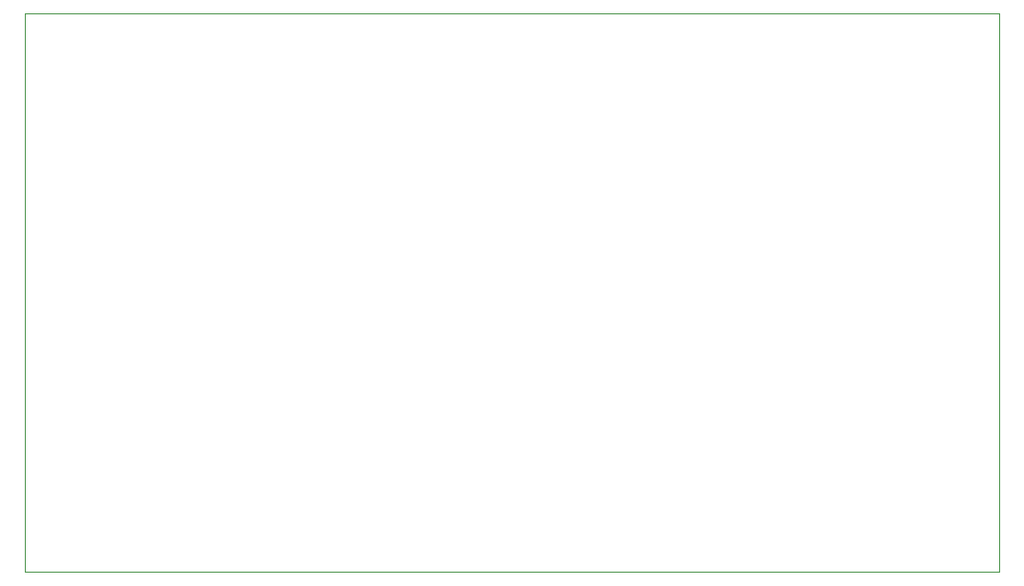
<source format=gbr>
G04 #@! TF.GenerationSoftware,KiCad,Pcbnew,(5.1.2)-2*
G04 #@! TF.CreationDate,2020-08-26T15:48:28-05:00*
G04 #@! TF.ProjectId,EDS-Relays,4544532d-5265-46c6-9179-732e6b696361,rev?*
G04 #@! TF.SameCoordinates,Original*
G04 #@! TF.FileFunction,Profile,NP*
%FSLAX46Y46*%
G04 Gerber Fmt 4.6, Leading zero omitted, Abs format (unit mm)*
G04 Created by KiCad (PCBNEW (5.1.2)-2) date 2020-08-26 15:48:28*
%MOMM*%
%LPD*%
G04 APERTURE LIST*
%ADD10C,0.050000*%
G04 APERTURE END LIST*
D10*
X96000000Y-73000000D02*
X96000000Y-122500000D01*
X182400000Y-73000000D02*
X96000000Y-73000000D01*
X182400000Y-122500000D02*
X182400000Y-73000000D01*
X96000000Y-122500000D02*
X182400000Y-122500000D01*
M02*

</source>
